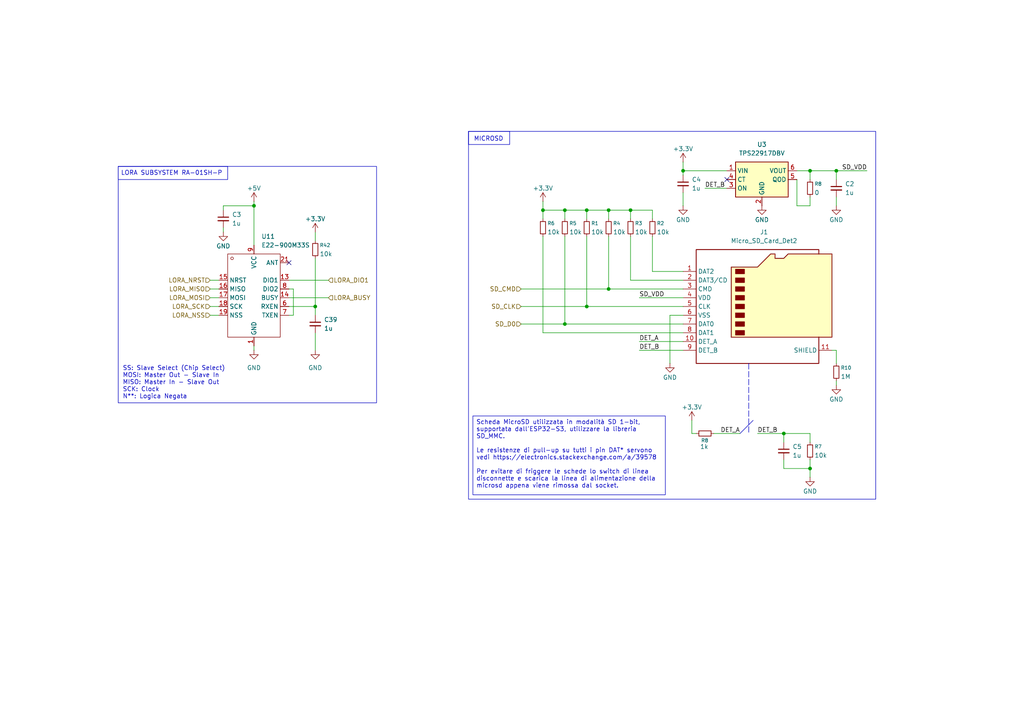
<source format=kicad_sch>
(kicad_sch (version 20250114) (generator "eeschema") (generator_version "9.0")
  (paper "A4")
  (lib_symbols
    (symbol "Connector:Micro_SD_Card_Det2"
      (property "Reference" "J" (at -16.51 17.78 0))
      (property "Value" "Micro_SD_Card_Det2" (at 16.51 17.78 0))
      (symbol "Micro_SD_Card_Det2_0_1"
        (polyline (pts (xy -8.89 -8.89) (xy -8.89 11.43) (xy -1.27 11.43) (xy 2.54 15.24) (xy 3.81 15.24) (xy 3.81 13.97) (xy 6.35 13.97) (xy 7.62 15.24) (xy 20.32 15.24) (xy 20.32 -8.89) (xy -8.89 -8.89)) (stroke (width 0.254)) (fill (type background)))
        (rectangle (start -7.62 10.795) (end -5.08 9.525) (stroke (width 0.254)) (fill (type outline)))
        (rectangle (start -7.62 8.255) (end -5.08 6.985) (stroke (width 0.254)) (fill (type outline)))
        (rectangle (start -7.62 5.715) (end -5.08 4.445) (stroke (width 0.254)) (fill (type outline)))
        (rectangle (start -7.62 3.175) (end -5.08 1.905) (stroke (width 0.254)) (fill (type outline)))
        (rectangle (start -7.62 0.635) (end -5.08 -0.635) (stroke (width 0.254)) (fill (type outline)))
        (rectangle (start -7.62 -1.905) (end -5.08 -3.175) (stroke (width 0.254)) (fill (type outline)))
        (rectangle (start -7.62 -4.445) (end -5.08 -5.715) (stroke (width 0.254)) (fill (type outline)))
        (rectangle (start -7.62 -6.985) (end -5.08 -8.255) (stroke (width 0.254)) (fill (type outline)))
        (polyline (pts (xy 16.51 15.24) (xy 16.51 16.51) (xy -19.05 16.51) (xy -19.05 -16.51) (xy 16.51 -16.51) (xy 16.51 -8.89)) (stroke (width 0.254)))
      )
      (symbol "Micro_SD_Card_Det2_1_1"
        (pin bidirectional line (at -22.86 10.16 0) (length 3.81) (name "DAT2") (number "1"))
        (pin bidirectional line (at -22.86 7.62 0) (length 3.81) (name "DAT3/CD") (number "2"))
        (pin input line (at -22.86 5.08 0) (length 3.81) (name "CMD") (number "3"))
        (pin power_in line (at -22.86 2.54 0) (length 3.81) (name "VDD") (number "4"))
        (pin input line (at -22.86 0 0) (length 3.81) (name "CLK") (number "5"))
        (pin power_in line (at -22.86 -2.54 0) (length 3.81) (name "VSS") (number "6"))
        (pin bidirectional line (at -22.86 -5.08 0) (length 3.81) (name "DAT0") (number "7"))
        (pin bidirectional line (at -22.86 -7.62 0) (length 3.81) (name "DAT1") (number "8"))
        (pin passive line (at -22.86 -10.16 0) (length 3.81) (name "DET_A") (number "10"))
        (pin passive line (at -22.86 -12.7 0) (length 3.81) (name "DET_B") (number "9"))
        (pin passive line (at 20.32 -12.7 180) (length 3.81) (name "SHIELD") (number "11"))
      )
    )
    (symbol "Device:C_Small" (pin_numbers (hide yes)) (pin_names (offset 0.254) (hide yes))
      (property "Reference" "C" (at 0.254 1.778 0))
      (property "Value" "C_Small" (at 0.254 -2.032 0))
      (symbol "C_Small_0_1"
        (polyline (pts (xy -1.524 0.508) (xy 1.524 0.508)) (stroke (width 0.3048)))
        (polyline (pts (xy -1.524 -0.508) (xy 1.524 -0.508)) (stroke (width 0.3302)))
      )
      (symbol "C_Small_1_1"
        (pin passive line (at 0 2.54 270) (length 2.032) (name "~") (number "1"))
        (pin passive line (at 0 -2.54 90) (length 2.032) (name "~") (number "2"))
      )
    )
    (symbol "Device:R_Small" (pin_numbers (hide yes)) (pin_names (offset 0.254) (hide yes))
      (property "Reference" "R" (at 0 0 90))
      (property "Value" "R_Small" (at 1.778 0 90))
      (symbol "R_Small_0_1"
        (rectangle (start -0.762 1.778) (end 0.762 -1.778) (stroke (width 0.2032)))
      )
      (symbol "R_Small_1_1"
        (pin passive line (at 0 2.54 270) (length 0.762) (name "~") (number "1"))
        (pin passive line (at 0 -2.54 90) (length 0.762) (name "~") (number "2"))
      )
    )
    (symbol "LoRa:E22-900M33S"
      (property "Reference" "U" (at 3.81 20.066 0))
      (property "Value" "E22-900M33S" (at 10.16 17.526 0))
      (symbol "E22-900M33S_1_0"
        (rectangle (start -7.62 12.7) (end 7.62 -11.43))
        (circle (center -6.35 11.43) (radius 0.381))
        (pin input line (at -10.16 5.08 0) (length 2.54) (name "NRST") (number "15"))
        (pin output line (at -10.16 2.54 0) (length 2.54) (name "MISO") (number "16"))
        (pin input line (at -10.16 0 0) (length 2.54) (name "MOSI") (number "17"))
        (pin input line (at -10.16 -2.54 0) (length 2.54) (name "SCK") (number "18"))
        (pin input line (at -10.16 -5.08 0) (length 2.54) (name "NSS") (number "19"))
        (pin power_in line (at 0 15.24 270) (length 2.54) (hide yes) (name "VCC") (number "10"))
        (pin power_in line (at 0 15.24 270) (length 2.54) (name "VCC") (number "9"))
        (pin power_in line (at 0 -13.97 90) (length 2.54) (name "GND") (number "1"))
        (pin power_in line (at 0 -13.97 90) (length 2.54) (hide yes) (name "GND") (number "11"))
        (pin power_in line (at 0 -13.97 90) (length 2.54) (hide yes) (name "GND") (number "12"))
        (pin power_in line (at 0 -13.97 90) (length 2.54) (hide yes) (name "GND") (number "2"))
        (pin power_in line (at 0 -13.97 90) (length 2.54) (hide yes) (name "GND") (number "20"))
        (pin power_in line (at 0 -13.97 90) (length 2.54) (hide yes) (name "GND") (number "22"))
        (pin power_in line (at 0 -13.97 90) (length 2.54) (hide yes) (name "GND") (number "3"))
        (pin power_in line (at 0 -13.97 90) (length 2.54) (hide yes) (name "GND") (number "4"))
        (pin power_in line (at 0 -13.97 90) (length 2.54) (hide yes) (name "GND") (number "5"))
        (pin passive line (at 10.16 10.16 180) (length 2.54) (name "ANT") (number "21"))
        (pin bidirectional line (at 10.16 5.08 180) (length 2.54) (name "DIO1") (number "13"))
        (pin bidirectional line (at 10.16 2.54 180) (length 2.54) (name "DIO2") (number "8"))
        (pin output line (at 10.16 0 180) (length 2.54) (name "BUSY") (number "14"))
        (pin input line (at 10.16 -2.54 180) (length 2.54) (name "RXEN") (number "6"))
        (pin input line (at 10.16 -5.08 180) (length 2.54) (name "TXEN") (number "7"))
      )
    )
    (symbol "Power_Management:TPS22917DBV"
      (property "Reference" "U" (at -6.35 6.35 0))
      (property "Value" "TPS22917DBV" (at 2.54 6.35 0))
      (symbol "TPS22917DBV_0_1"
        (rectangle (start -7.62 5.08) (end 7.62 -5.08) (stroke (width 0.254)) (fill (type background)))
      )
      (symbol "TPS22917DBV_1_1"
        (pin power_in line (at -10.16 2.54 0) (length 2.54) (name "VIN") (number "1"))
        (pin output line (at -10.16 0 0) (length 2.54) (name "CT") (number "4"))
        (pin input line (at -10.16 -2.54 0) (length 2.54) (name "ON") (number "3"))
        (pin power_in line (at 0 -7.62 90) (length 2.54) (name "GND") (number "2"))
        (pin power_out line (at 10.16 2.54 180) (length 2.54) (name "VOUT") (number "6"))
        (pin open_collector line (at 10.16 0 180) (length 2.54) (name "QOD") (number "5"))
      )
    )
    (symbol "power:+3.3V" (power) (pin_numbers (hide yes)) (pin_names (offset 0) (hide yes))
      (property "Value" "+3.3V" (at 0 3.556 0))
      (symbol "+3.3V_0_1"
        (polyline (pts (xy -0.762 1.27) (xy 0 2.54)))
        (polyline (pts (xy 0 2.54) (xy 0.762 1.27)))
        (polyline (pts (xy 0 0) (xy 0 2.54)))
      )
      (symbol "+3.3V_1_1"
        (pin power_in line (at 0 0 90) (length 0) (name "~") (number "1"))
      )
    )
    (symbol "power:+5V" (power) (pin_numbers (hide yes)) (pin_names (offset 0) (hide yes))
      (property "Value" "+5V" (at 0 3.556 0))
      (symbol "+5V_0_1"
        (polyline (pts (xy -0.762 1.27) (xy 0 2.54)))
        (polyline (pts (xy 0 2.54) (xy 0.762 1.27)))
        (polyline (pts (xy 0 0) (xy 0 2.54)))
      )
      (symbol "+5V_1_1"
        (pin power_in line (at 0 0 90) (length 0) (name "~") (number "1"))
      )
    )
    (symbol "power:GND" (power) (pin_numbers (hide yes)) (pin_names (offset 0) (hide yes))
      (property "Value" "GND" (at 0 -3.81 0))
      (symbol "GND_0_1"
        (polyline (pts (xy 0 0) (xy 0 -1.27) (xy 1.27 -1.27) (xy 0 -2.54) (xy -1.27 -1.27) (xy 0 -1.27)))
      )
      (symbol "GND_1_1"
        (pin power_in line (at 0 0 270) (length 0) (name "~") (number "1"))
      )
    )
  )
  (rectangle (start 135.89 38.1) (end 254 144.78))
  (rectangle (start 135.89 38.1) (end 147.828 41.91))
  (rectangle (start 34.29 48.26) (end 109.22 116.84))
  (rectangle (start 34.29 48.26) (end 66.04 52.07))
  (text "SS: Slave Select (Chip Select)\nMOSI: Master Out - Slave In\nMISO: Master In - Slave Out\nSCK: Clock\nN**: Logica Negata" (at 35.56 110.998 0) (effects (font (size 1.27 1.27)) (justify left)))
  (text "LORA SUBSYSTEM RA-01SH-P" (at 35.052 50.292 0) (effects (font (size 1.27 1.27)) (justify left)))
  (text "MICROSD" (at 137.414 40.386 0) (effects (font (size 1.27 1.27)) (justify left)))
  (text_box "Scheda MicroSD utilizzata in modalità SD 1-bit, supportata dall'ESP32-S3, utilizzare la libreria SD_MMC.\n\nLe resistenze di pull-up su tutti i pin DAT* servono vedi https://electronics.stackexchange.com/a/39578\n\nPer evitare di friggere le schede lo switch di linea disconnette e scarica la linea di alimentazione della microsd appena viene rimossa dal socket." (at 137.16 120.65 0) (size 55.8165 22.86) (margins 0.9525 0.9525 0.9525 0.9525) (effects (font (size 1.27 1.27)) (justify left top)))
  (junction (at 163.83 60.96))
  (junction (at 182.88 60.96))
  (junction (at 176.53 83.82))
  (junction (at 227.33 125.73))
  (junction (at 163.83 93.98))
  (junction (at 170.18 60.96))
  (junction (at 73.66 59.69))
  (junction (at 176.53 60.96))
  (junction (at 242.57 49.53))
  (junction (at 157.48 60.96))
  (junction (at 170.18 88.9))
  (junction (at 91.44 88.9))
  (junction (at 234.95 135.89))
  (junction (at 198.12 49.53))
  (junction (at 234.95 49.53))
  (no_connect (at 83.82 76.2))
  (no_connect (at 210.82 52.07))
  (wire (pts (xy 198.12 91.44) (xy 194.31 91.44)))
  (wire (pts (xy 170.18 60.96) (xy 170.18 63.5)))
  (wire (pts (xy 64.77 66.04) (xy 64.77 67.31)))
  (wire (pts (xy 163.83 68.58) (xy 163.83 93.98)))
  (wire (pts (xy 189.23 78.74) (xy 198.12 78.74)))
  (wire (pts (xy 207.01 125.73) (xy 214.63 125.73)))
  (wire (pts (xy 176.53 60.96) (xy 182.88 60.96)))
  (wire (pts (xy 231.14 52.07) (xy 231.14 59.69)))
  (wire (pts (xy 60.96 86.36) (xy 63.5 86.36)))
  (wire (pts (xy 227.33 125.73) (xy 227.33 128.27)))
  (wire (pts (xy 163.83 60.96) (xy 163.83 63.5)))
  (wire (pts (xy 241.3 101.6) (xy 242.57 101.6)))
  (wire (pts (xy 151.13 88.9) (xy 170.18 88.9)))
  (wire (pts (xy 198.12 46.99) (xy 198.12 49.53)))
  (wire (pts (xy 198.12 55.88) (xy 198.12 59.69)))
  (wire (pts (xy 227.33 133.35) (xy 227.33 135.89)))
  (wire (pts (xy 182.88 60.96) (xy 182.88 63.5)))
  (wire (pts (xy 157.48 60.96) (xy 157.48 63.5)))
  (wire (pts (xy 200.66 125.73) (xy 201.93 125.73)))
  (wire (pts (xy 91.44 96.52) (xy 91.44 101.6)))
  (wire (pts (xy 60.96 81.28) (xy 63.5 81.28)))
  (wire (pts (xy 73.66 100.33) (xy 73.66 101.6)))
  (wire (pts (xy 234.95 52.07) (xy 234.95 49.53)))
  (wire (pts (xy 91.44 88.9) (xy 83.82 88.9)))
  (wire (pts (xy 219.71 125.73) (xy 227.33 125.73)))
  (wire (pts (xy 170.18 60.96) (xy 176.53 60.96)))
  (wire (pts (xy 176.53 68.58) (xy 176.53 83.82)))
  (wire (pts (xy 185.42 101.6) (xy 198.12 101.6)))
  (wire (pts (xy 73.66 59.69) (xy 73.66 71.12)))
  (wire (pts (xy 176.53 83.82) (xy 198.12 83.82)))
  (wire (pts (xy 210.82 49.53) (xy 198.12 49.53)))
  (wire (pts (xy 83.82 81.28) (xy 95.25 81.28)))
  (wire (pts (xy 189.23 68.58) (xy 189.23 78.74)))
  (wire (pts (xy 227.33 125.73) (xy 234.95 125.73)))
  (wire (pts (xy 242.57 49.53) (xy 251.46 49.53)))
  (wire (pts (xy 91.44 88.9) (xy 91.44 91.44)))
  (wire (pts (xy 234.95 135.89) (xy 234.95 138.43)))
  (wire (pts (xy 151.13 83.82) (xy 176.53 83.82)))
  (wire (pts (xy 157.48 58.42) (xy 157.48 60.96)))
  (wire (pts (xy 60.96 88.9) (xy 63.5 88.9)))
  (wire (pts (xy 198.12 86.36) (xy 185.42 86.36)))
  (wire (pts (xy 170.18 68.58) (xy 170.18 88.9)))
  (wire (pts (xy 157.48 60.96) (xy 163.83 60.96)))
  (wire (pts (xy 163.83 60.96) (xy 170.18 60.96)))
  (wire (pts (xy 157.48 96.52) (xy 198.12 96.52)))
  (wire (pts (xy 64.77 60.96) (xy 64.77 59.69)))
  (wire (pts (xy 185.42 99.06) (xy 198.12 99.06)))
  (wire (pts (xy 234.95 125.73) (xy 234.95 128.27)))
  (polyline (pts (xy 214.63 125.73) (xy 218.44 121.92)))
  (wire (pts (xy 200.66 121.92) (xy 200.66 125.73)))
  (wire (pts (xy 176.53 60.96) (xy 176.53 63.5)))
  (wire (pts (xy 242.57 57.15) (xy 242.57 59.69)))
  (wire (pts (xy 189.23 60.96) (xy 189.23 63.5)))
  (wire (pts (xy 151.13 93.98) (xy 163.83 93.98)))
  (wire (pts (xy 198.12 49.53) (xy 198.12 50.8)))
  (wire (pts (xy 194.31 91.44) (xy 194.31 105.41)))
  (wire (pts (xy 182.88 60.96) (xy 189.23 60.96)))
  (wire (pts (xy 64.77 59.69) (xy 73.66 59.69)))
  (wire (pts (xy 182.88 81.28) (xy 198.12 81.28)))
  (wire (pts (xy 91.44 67.31) (xy 91.44 69.85)))
  (wire (pts (xy 60.96 83.82) (xy 63.5 83.82)))
  (wire (pts (xy 227.33 135.89) (xy 234.95 135.89)))
  (wire (pts (xy 242.57 110.49) (xy 242.57 111.76)))
  (wire (pts (xy 85.09 91.44) (xy 85.09 83.82)))
  (wire (pts (xy 182.88 68.58) (xy 182.88 81.28)))
  (wire (pts (xy 83.82 91.44) (xy 85.09 91.44)))
  (wire (pts (xy 242.57 52.07) (xy 242.57 49.53)))
  (wire (pts (xy 234.95 49.53) (xy 242.57 49.53)))
  (wire (pts (xy 234.95 133.35) (xy 234.95 135.89)))
  (wire (pts (xy 170.18 88.9) (xy 198.12 88.9)))
  (wire (pts (xy 83.82 86.36) (xy 95.25 86.36)))
  (wire (pts (xy 242.57 101.6) (xy 242.57 105.41)))
  (polyline (pts (xy 217.17 105.41) (xy 217.17 125.73)) (stroke (width 0) (type dash)))
  (wire (pts (xy 231.14 59.69) (xy 234.95 59.69)))
  (wire (pts (xy 234.95 59.69) (xy 234.95 57.15)))
  (wire (pts (xy 85.09 83.82) (xy 83.82 83.82)))
  (wire (pts (xy 60.96 91.44) (xy 63.5 91.44)))
  (wire (pts (xy 204.47 54.61) (xy 210.82 54.61)))
  (wire (pts (xy 157.48 68.58) (xy 157.48 96.52)))
  (wire (pts (xy 163.83 93.98) (xy 198.12 93.98)))
  (wire (pts (xy 73.66 58.42) (xy 73.66 59.69)))
  (wire (pts (xy 91.44 74.93) (xy 91.44 88.9)))
  (wire (pts (xy 231.14 49.53) (xy 234.95 49.53)))
  (label "SD_VDD" (at 185.42 86.36 0))
  (label "DET_A" (at 185.42 99.06 0))
  (label "DET_B" (at 219.71 125.73 0))
  (label "DET_B" (at 204.47 54.61 0))
  (label "SD_VDD" (at 251.46 49.53 180))
  (label "DET_B" (at 185.42 101.6 0))
  (label "DET_A" (at 214.63 125.73 180))
  (hierarchical_label "SD_CMD" (shape input) (at 151.13 83.82 180))
  (hierarchical_label "LORA_DIO1" (shape input) (at 95.25 81.28 0))
  (hierarchical_label "LORA_MISO" (shape input) (at 60.96 83.82 180))
  (hierarchical_label "LORA_BUSY" (shape input) (at 95.25 86.36 0))
  (hierarchical_label "LORA_NSS" (shape input) (at 60.96 91.44 180))
  (hierarchical_label "LORA_MOSI" (shape input) (at 60.96 86.36 180))
  (hierarchical_label "SD_D0" (shape input) (at 151.13 93.98 180))
  (hierarchical_label "LORA_SCK" (shape input) (at 60.96 88.9 180))
  (hierarchical_label "SD_CLK" (shape input) (at 151.13 88.9 180))
  (hierarchical_label "LORA_NRST" (shape input) (at 60.96 81.28 180))
  (symbol (lib_id "power:GND") (at 220.98 59.69 0) (unit 1)
    (property "Reference" "#PWR04" (effects (hide yes)))
    (property "Value" "GND" (at 220.98 63.754 0))
    (property "Description" "Power symbol creates a global label with name \"GND\" , ground" (effects (hide yes)))
  )
  (symbol (lib_id "power:+3.3V") (at 157.48 58.42 0) (unit 1)
    (property "Reference" "#PWR04" (effects (hide yes)))
    (property "Value" "+3.3V" (at 157.48 54.61 0))
    (property "Description" "Power symbol creates a global label with name \"+3.3V\"" (effects (hide yes)))
  )
  (symbol (lib_id "Device:R_Small") (at 91.44 72.39 0) (unit 1)
    (property "Reference" "R42" (at 92.71 71.12 0) (effects (font (size 1.016 1.016)) (justify left)))
    (property "Value" "10k" (at 92.71 73.66 0) (effects (justify left)))
    (property "Footprint" "Resistor_SMD:R_0603_1608Metric_Pad0.98x0.95mm_HandSolder" (effects (hide yes)))
    (property "Description" "Resistor, small symbol" (effects (hide yes)))
  )
  (symbol (lib_id "Device:R_Small") (at 234.95 130.81 0) (unit 1)
    (property "Reference" "R7" (at 236.22 129.54 0) (effects (font (size 1.016 1.016)) (justify left)))
    (property "Value" "10k" (at 236.22 132.08 0) (effects (justify left)))
    (property "Footprint" "Resistor_SMD:R_0603_1608Metric_Pad0.98x0.95mm_HandSolder" (effects (hide yes)))
    (property "Description" "Resistor, small symbol" (effects (hide yes)))
  )
  (symbol (lib_id "power:+3.3V") (at 198.12 46.99 0) (unit 1)
    (property "Reference" "#PWR06" (effects (hide yes)))
    (property "Value" "+3.3V" (at 198.12 43.18 0))
    (property "Description" "Power symbol creates a global label with name \"+3.3V\"" (effects (hide yes)))
  )
  (symbol (lib_id "power:GND") (at 64.77 67.31 0) (unit 1)
    (property "Reference" "#PWR012" (effects (hide yes)))
    (property "Value" "GND" (at 64.77 71.374 0))
    (property "Description" "Power symbol creates a global label with name \"GND\" , ground" (effects (hide yes)))
  )
  (symbol (lib_id "Device:C_Small") (at 198.12 53.34 0) (unit 1)
    (property "Reference" "C4" (at 200.66 52.0762 0) (effects (justify left)))
    (property "Value" "1u" (at 200.66 54.6162 0) (effects (justify left)))
    (property "Footprint" "Capacitor_SMD:C_0603_1608Metric_Pad1.08x0.95mm_HandSolder" (effects (hide yes)))
    (property "Description" "Unpolarized capacitor, small symbol" (effects (hide yes)))
  )
  (symbol (lib_id "power:GND") (at 198.12 59.69 0) (unit 1)
    (property "Reference" "#PWR08" (effects (hide yes)))
    (property "Value" "GND" (at 198.12 63.754 0))
    (property "Description" "Power symbol creates a global label with name \"GND\" , ground" (effects (hide yes)))
  )
  (symbol (lib_id "Device:R_Small") (at 157.48 66.04 0) (unit 1)
    (property "Reference" "R6" (at 158.75 64.77 0) (effects (font (size 1.016 1.016)) (justify left)))
    (property "Value" "10k" (at 158.75 67.31 0) (effects (justify left)))
    (property "Footprint" "Resistor_SMD:R_0603_1608Metric_Pad0.98x0.95mm_HandSolder" (effects (hide yes)))
    (property "Description" "Resistor, small symbol" (effects (hide yes)))
  )
  (symbol (lib_id "Device:R_Small") (at 242.57 107.95 0) (unit 1)
    (property "Reference" "R10" (at 243.84 106.68 0) (effects (font (size 1.016 1.016)) (justify left)))
    (property "Value" "1M" (at 243.84 109.22 0) (effects (justify left)))
    (property "Footprint" "Resistor_SMD:R_0603_1608Metric_Pad0.98x0.95mm_HandSolder" (effects (hide yes)))
    (property "Description" "Resistor, small symbol" (effects (hide yes)))
  )
  (symbol (lib_id "Power_Management:TPS22917DBV") (at 220.98 52.07 0) (unit 1)
    (property "Reference" "U3" (at 220.98 41.91 0))
    (property "Value" "TPS22917DBV" (at 220.98 44.45 0))
    (property "Footprint" "Package_TO_SOT_SMD:SOT-23-6" (effects (hide yes)))
    (property "Datasheet" "http://www.ti.com/lit/ds/symlink/tps22917.pdf" (effects (hide yes)))
    (property "Description" "1V to 5.5V, 2A, 80mΩ Ultra-Low Leakage Load Switch, SOT23-6" (effects (hide yes)))
  )
  (symbol (lib_id "Device:R_Small") (at 170.18 66.04 0) (unit 1)
    (property "Reference" "R1" (at 171.45 64.77 0) (effects (font (size 1.016 1.016)) (justify left)))
    (property "Value" "10k" (at 171.45 67.31 0) (effects (justify left)))
    (property "Footprint" "Resistor_SMD:R_0603_1608Metric_Pad0.98x0.95mm_HandSolder" (effects (hide yes)))
    (property "Description" "Resistor, small symbol" (effects (hide yes)))
  )
  (symbol (lib_id "power:+3.3V") (at 200.66 121.92 0) (unit 1)
    (property "Reference" "#PWR08" (effects (hide yes)))
    (property "Value" "+3.3V" (at 200.66 118.11 0))
    (property "Description" "Power symbol creates a global label with name \"+3.3V\"" (effects (hide yes)))
  )
  (symbol (lib_id "Device:R_Small") (at 176.53 66.04 0) (unit 1)
    (property "Reference" "R4" (at 177.8 64.77 0) (effects (font (size 1.016 1.016)) (justify left)))
    (property "Value" "10k" (at 177.8 67.31 0) (effects (justify left)))
    (property "Footprint" "Resistor_SMD:R_0603_1608Metric_Pad0.98x0.95mm_HandSolder" (effects (hide yes)))
    (property "Description" "Resistor, small symbol" (effects (hide yes)))
  )
  (symbol (lib_id "power:GND") (at 234.95 138.43 0) (unit 1)
    (property "Reference" "#PWR013" (effects (hide yes)))
    (property "Value" "GND" (at 234.95 142.494 0))
    (property "Description" "Power symbol creates a global label with name \"GND\" , ground" (effects (hide yes)))
  )
  (symbol (lib_id "LoRa:E22-900M33S") (at 73.66 86.36 0) (unit 1)
    (property "Reference" "U11" (at 75.8033 68.58 0) (effects (justify left)))
    (property "Value" "E22-900M33S" (at 75.8033 71.12 0) (effects (justify left)))
    (property "Footprint" "E22-XXXM33S:E22-XXXM33S" (effects (hide yes)))
    (property "Datasheet" "https://item.szlcsc.com/datasheet/E22-900M33S/24015635.html" (effects (hide yes)))
    (property "Description" "Output Power:33.5dBm Output Power:33.5dBm Interface Type:SPI Modulation System:LoRa；GFSK Voltage - Supply:3.3V~5.5V Voltage - Supply:3.3V~5.5V Antenna Type:Stamp Hole Antenna；IPEX Connector Receive  Current:15mA Send  Current:1200mA Sensitivity:-136dBm Se" (effects (hide yes)))
    (property "Manufacturer Part" "E22-900M33S" (effects (hide yes)))
    (property "Manufacturer" "EBYTE(亿佰特)" (effects (hide yes)))
    (property "Supplier Part" "C22399506" (effects (hide yes)))
    (property "Supplier" "LCSC" (effects (hide yes)))
    (property "LCSC Part Name" "LoRa扩频无线模块2W大功率升级SX1268/1262芯片SPI 915M" (effects (hide yes)))
  )
  (symbol (lib_id "power:GND") (at 91.44 101.6 0) (unit 1)
    (property "Reference" "#PWR036" (effects (hide yes)))
    (property "Value" "GND" (at 91.44 106.68 0))
    (property "Description" "Power symbol creates a global label with name \"GND\" , ground" (effects (hide yes)))
  )
  (symbol (lib_id "Connector:Micro_SD_Card_Det2") (at 220.98 88.9 0) (unit 1)
    (property "Reference" "J1" (at 221.615 67.31 0))
    (property "Value" "Micro_SD_Card_Det2" (at 221.615 69.85 0))
    (property "Footprint" "MicroSD:microSD_HC_Molex_104031-0811_Handsolder" (effects (hide yes)))
    (property "Datasheet" "https://www.hirose.com/en/product/document?clcode=&productname=&series=DM3&documenttype=Catalog&lang=en&documentid=D49662_en" (effects (hide yes)))
    (property "Description" "Micro SD Card Socket with two card detection pins" (effects (hide yes)))
  )
  (symbol (lib_id "Device:C_Small") (at 91.44 93.98 0) (unit 1)
    (property "Reference" "C39" (at 93.98 92.7162 0) (effects (justify left)))
    (property "Value" "1u" (at 93.98 95.2562 0) (effects (justify left)))
    (property "Footprint" "Capacitor_SMD:C_0603_1608Metric_Pad1.08x0.95mm_HandSolder" (effects (hide yes)))
    (property "Description" "Unpolarized capacitor, small symbol" (effects (hide yes)))
  )
  (symbol (lib_id "power:GND") (at 242.57 111.76 0) (unit 1)
    (property "Reference" "#PWR01" (effects (hide yes)))
    (property "Value" "GND" (at 242.57 115.824 0))
    (property "Description" "Power symbol creates a global label with name \"GND\" , ground" (effects (hide yes)))
  )
  (symbol (lib_id "power:GND") (at 242.57 59.69 0) (unit 1)
    (property "Reference" "#PWR05" (effects (hide yes)))
    (property "Value" "GND" (at 242.57 63.754 0))
    (property "Description" "Power symbol creates a global label with name \"GND\" , ground" (effects (hide yes)))
  )
  (symbol (lib_id "Device:R_Small") (at 234.95 54.61 0) (unit 1)
    (property "Reference" "R8" (at 236.22 53.34 0) (effects (font (size 1.016 1.016)) (justify left)))
    (property "Value" "0" (at 236.22 55.88 0) (effects (justify left)))
    (property "Footprint" "Resistor_SMD:R_0603_1608Metric_Pad0.98x0.95mm_HandSolder" (effects (hide yes)))
    (property "Description" "Resistor, small symbol" (effects (hide yes)))
  )
  (symbol (lib_id "Device:C_Small") (at 242.57 54.61 0) (unit 1)
    (property "Reference" "C2" (at 245.11 53.3462 0) (effects (justify left)))
    (property "Value" "1u" (at 245.11 55.8862 0) (effects (justify left)))
    (property "Footprint" "Capacitor_SMD:C_0603_1608Metric_Pad1.08x0.95mm_HandSolder" (effects (hide yes)))
    (property "Description" "Unpolarized capacitor, small symbol" (effects (hide yes)))
  )
  (symbol (lib_id "Device:C_Small") (at 227.33 130.81 0) (unit 1)
    (property "Reference" "C5" (at 229.87 129.5462 0) (effects (justify left)))
    (property "Value" "1u" (at 229.87 132.0862 0) (effects (justify left)))
    (property "Footprint" "Capacitor_SMD:C_0603_1608Metric_Pad1.08x0.95mm_HandSolder" (effects (hide yes)))
    (property "Description" "Unpolarized capacitor, small symbol" (effects (hide yes)))
  )
  (symbol (lib_id "power:+3.3V") (at 91.44 67.31 0) (unit 1)
    (property "Reference" "#PWR03" (effects (hide yes)))
    (property "Value" "+3.3V" (at 91.44 63.5 0))
    (property "Description" "Power symbol creates a global label with name \"+3.3V\"" (effects (hide yes)))
  )
  (symbol (lib_id "Device:R_Small") (at 189.23 66.04 0) (unit 1)
    (property "Reference" "R2" (at 190.5 64.77 0) (effects (font (size 1.016 1.016)) (justify left)))
    (property "Value" "10k" (at 190.5 67.31 0) (effects (justify left)))
    (property "Footprint" "Resistor_SMD:R_0603_1608Metric_Pad0.98x0.95mm_HandSolder" (effects (hide yes)))
    (property "Description" "Resistor, small symbol" (effects (hide yes)))
  )
  (symbol (lib_id "power:GND") (at 73.66 101.6 0) (unit 1)
    (property "Reference" "#PWR09" (effects (hide yes)))
    (property "Value" "GND" (at 73.66 106.68 0))
    (property "Description" "Power symbol creates a global label with name \"GND\" , ground" (effects (hide yes)))
  )
  (symbol (lib_id "Device:R_Small") (at 182.88 66.04 0) (unit 1)
    (property "Reference" "R3" (at 184.15 64.77 0) (effects (font (size 1.016 1.016)) (justify left)))
    (property "Value" "10k" (at 184.15 67.31 0) (effects (justify left)))
    (property "Footprint" "Resistor_SMD:R_0603_1608Metric_Pad0.98x0.95mm_HandSolder" (effects (hide yes)))
    (property "Description" "Resistor, small symbol" (effects (hide yes)))
  )
  (symbol (lib_id "Device:R_Small") (at 163.83 66.04 0) (unit 1)
    (property "Reference" "R5" (at 165.1 64.77 0) (effects (font (size 1.016 1.016)) (justify left)))
    (property "Value" "10k" (at 165.1 67.31 0) (effects (justify left)))
    (property "Footprint" "Resistor_SMD:R_0603_1608Metric_Pad0.98x0.95mm_HandSolder" (effects (hide yes)))
    (property "Description" "Resistor, small symbol" (effects (hide yes)))
  )
  (symbol (lib_id "Device:R_Small") (at 204.47 125.73 90) (unit 1)
    (property "Reference" "R8" (at 205.486 127.762 90) (effects (font (size 1.016 1.016)) (justify left)))
    (property "Value" "1k" (at 205.486 129.54 90) (effects (justify left)))
    (property "Footprint" "Resistor_SMD:R_0603_1608Metric_Pad0.98x0.95mm_HandSolder" (effects (hide yes)))
    (property "Description" "Resistor, small symbol" (effects (hide yes)))
  )
  (symbol (lib_id "power:+5V") (at 73.66 58.42 0) (unit 1)
    (property "Reference" "#PWR029" (effects (hide yes)))
    (property "Value" "+5V" (at 73.66 54.61 0))
    (property "Description" "Power symbol creates a global label with name \"+5V\"" (effects (hide yes)))
  )
  (symbol (lib_id "Device:C_Small") (at 64.77 63.5 0) (unit 1)
    (property "Reference" "C3" (at 67.31 62.2362 0) (effects (justify left)))
    (property "Value" "1u" (at 67.31 64.7762 0) (effects (justify left)))
    (property "Footprint" "Capacitor_SMD:C_0603_1608Metric_Pad1.08x0.95mm_HandSolder" (effects (hide yes)))
    (property "Description" "Unpolarized capacitor, small symbol" (effects (hide yes)))
  )
  (symbol (lib_id "power:GND") (at 194.31 105.41 0) (unit 1)
    (property "Reference" "#PWR06" (effects (hide yes)))
    (property "Value" "GND" (at 194.31 109.474 0))
    (property "Description" "Power symbol creates a global label with name \"GND\" , ground" (effects (hide yes)))
  )
)
</source>
